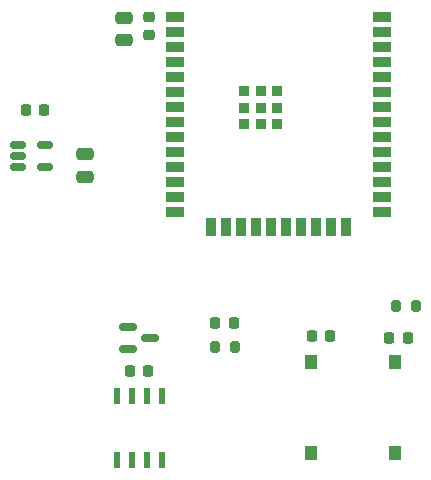
<source format=gtp>
%TF.GenerationSoftware,KiCad,Pcbnew,7.0.9*%
%TF.CreationDate,2023-12-28T11:13:04-05:00*%
%TF.ProjectId,esp32_sensor_node,65737033-325f-4736-956e-736f725f6e6f,rev?*%
%TF.SameCoordinates,Original*%
%TF.FileFunction,Paste,Top*%
%TF.FilePolarity,Positive*%
%FSLAX46Y46*%
G04 Gerber Fmt 4.6, Leading zero omitted, Abs format (unit mm)*
G04 Created by KiCad (PCBNEW 7.0.9) date 2023-12-28 11:13:04*
%MOMM*%
%LPD*%
G01*
G04 APERTURE LIST*
G04 Aperture macros list*
%AMRoundRect*
0 Rectangle with rounded corners*
0 $1 Rounding radius*
0 $2 $3 $4 $5 $6 $7 $8 $9 X,Y pos of 4 corners*
0 Add a 4 corners polygon primitive as box body*
4,1,4,$2,$3,$4,$5,$6,$7,$8,$9,$2,$3,0*
0 Add four circle primitives for the rounded corners*
1,1,$1+$1,$2,$3*
1,1,$1+$1,$4,$5*
1,1,$1+$1,$6,$7*
1,1,$1+$1,$8,$9*
0 Add four rect primitives between the rounded corners*
20,1,$1+$1,$2,$3,$4,$5,0*
20,1,$1+$1,$4,$5,$6,$7,0*
20,1,$1+$1,$6,$7,$8,$9,0*
20,1,$1+$1,$8,$9,$2,$3,0*%
G04 Aperture macros list end*
%ADD10R,1.000000X1.250000*%
%ADD11RoundRect,0.225000X-0.225000X-0.250000X0.225000X-0.250000X0.225000X0.250000X-0.225000X0.250000X0*%
%ADD12RoundRect,0.200000X0.200000X0.275000X-0.200000X0.275000X-0.200000X-0.275000X0.200000X-0.275000X0*%
%ADD13RoundRect,0.250000X0.475000X-0.250000X0.475000X0.250000X-0.475000X0.250000X-0.475000X-0.250000X0*%
%ADD14RoundRect,0.225000X0.225000X0.250000X-0.225000X0.250000X-0.225000X-0.250000X0.225000X-0.250000X0*%
%ADD15RoundRect,0.150000X-0.512500X-0.150000X0.512500X-0.150000X0.512500X0.150000X-0.512500X0.150000X0*%
%ADD16RoundRect,0.150000X-0.587500X-0.150000X0.587500X-0.150000X0.587500X0.150000X-0.587500X0.150000X0*%
%ADD17RoundRect,0.225000X0.250000X-0.225000X0.250000X0.225000X-0.250000X0.225000X-0.250000X-0.225000X0*%
%ADD18R,1.500000X0.900000*%
%ADD19R,0.900000X1.500000*%
%ADD20R,0.900000X0.900000*%
%ADD21R,0.533400X1.460500*%
%ADD22RoundRect,0.218750X-0.218750X-0.256250X0.218750X-0.256250X0.218750X0.256250X-0.218750X0.256250X0*%
%ADD23RoundRect,0.200000X-0.200000X-0.275000X0.200000X-0.275000X0.200000X0.275000X-0.200000X0.275000X0*%
G04 APERTURE END LIST*
D10*
%TO.C,SW2*%
X48360000Y-67186000D03*
X48360000Y-59436000D03*
%TD*%
D11*
%TO.C,C6*%
X48374000Y-57277000D03*
X49924000Y-57277000D03*
%TD*%
%TO.C,C7_MAXDECOUP1*%
X33007000Y-60198000D03*
X34557000Y-60198000D03*
%TD*%
D12*
%TO.C,R2*%
X41882000Y-58166000D03*
X40232000Y-58166000D03*
%TD*%
D13*
%TO.C,C4*%
X32512000Y-30292000D03*
X32512000Y-32192000D03*
%TD*%
D14*
%TO.C,C5*%
X56514000Y-57404000D03*
X54964000Y-57404000D03*
%TD*%
D15*
%TO.C,U1*%
X23531400Y-41076800D03*
X23531400Y-42026800D03*
X23531400Y-42976800D03*
X25806400Y-42976800D03*
X25806400Y-41076800D03*
%TD*%
D10*
%TO.C,SW1*%
X55472000Y-67186000D03*
X55472000Y-59436000D03*
%TD*%
D11*
%TO.C,C1*%
X24204000Y-38100000D03*
X25754000Y-38100000D03*
%TD*%
D13*
%TO.C,C2*%
X29210000Y-43762000D03*
X29210000Y-41862000D03*
%TD*%
D16*
%TO.C,Q1*%
X32844500Y-56454000D03*
X32844500Y-58354000D03*
X34719500Y-57404000D03*
%TD*%
D17*
%TO.C,C3*%
X34644000Y-30213000D03*
X34644000Y-31763000D03*
%TD*%
D18*
%TO.C,U2*%
X36816000Y-30226000D03*
X36816000Y-31496000D03*
X36816000Y-32766000D03*
X36816000Y-34036000D03*
X36816000Y-35306000D03*
X36816000Y-36576000D03*
X36816000Y-37846000D03*
X36816000Y-39116000D03*
X36816000Y-40386000D03*
X36816000Y-41656000D03*
X36816000Y-42926000D03*
X36816000Y-44196000D03*
X36816000Y-45466000D03*
X36816000Y-46736000D03*
D19*
X39846000Y-47986000D03*
X41116000Y-47986000D03*
X42386000Y-47986000D03*
X43656000Y-47986000D03*
X44926000Y-47986000D03*
X46196000Y-47986000D03*
X47466000Y-47986000D03*
X48736000Y-47986000D03*
X50006000Y-47986000D03*
X51276000Y-47986000D03*
D18*
X54316000Y-46736000D03*
X54316000Y-45466000D03*
X54316000Y-44196000D03*
X54316000Y-42926000D03*
X54316000Y-41656000D03*
X54316000Y-40386000D03*
X54316000Y-39116000D03*
X54316000Y-37846000D03*
X54316000Y-36576000D03*
X54316000Y-35306000D03*
X54316000Y-34036000D03*
X54316000Y-32766000D03*
X54316000Y-31496000D03*
X54316000Y-30226000D03*
D20*
X42666000Y-36546000D03*
X42666000Y-36546000D03*
X42666000Y-37946000D03*
X42666000Y-39346000D03*
X42666000Y-39346000D03*
X44066000Y-36546000D03*
X44066000Y-37946000D03*
X44066000Y-39346000D03*
X44066000Y-39346000D03*
X45466000Y-36546000D03*
X45466000Y-37946000D03*
X45466000Y-39346000D03*
%TD*%
D21*
%TO.C,U3*%
X31877000Y-67748150D03*
X33147000Y-67748150D03*
X34417000Y-67748150D03*
X35687000Y-67748150D03*
X35687000Y-62299850D03*
X34417000Y-62299850D03*
X33147000Y-62299850D03*
X31877000Y-62299850D03*
%TD*%
D22*
%TO.C,D1*%
X40232000Y-56134000D03*
X41807000Y-56134000D03*
%TD*%
D23*
%TO.C,R1*%
X55563000Y-54711600D03*
X57213000Y-54711600D03*
%TD*%
M02*

</source>
